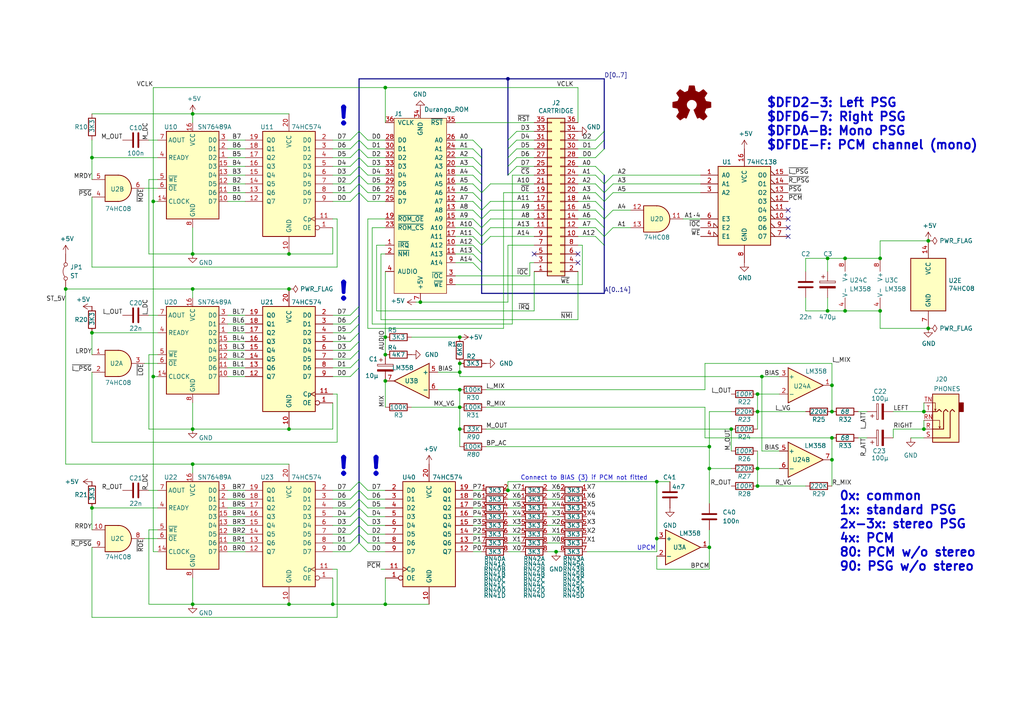
<source format=kicad_sch>
(kicad_sch (version 20231120) (generator "eeschema") (generator_version "8.0")
  (paper "A4")
  (title_block (title "Tri-PSG + PCM riser card") (date "2024-11-26") (rev "v1") (company "@zuiko21"))
  (junction (at 26.67 45.72))
  (junction (at 121.92 87.63))
  (junction (at 133.35 97.79))
  (junction (at 205.74 135.89))
  (junction (at 269.24 95.25))
  (junction (at 219.71 140.97))
  (junction (at 83.82 175.26))
  (junction (at 111.76 102.87))
  (junction (at 190.5 139.7))
  (junction (at 241.3 127))
  (junction (at 26.67 147.32))
  (junction (at 241.3 119.38))
  (junction (at 44.45 58.42))
  (junction (at 269.24 69.85))
  (junction (at 96.52 175.26))
  (junction (at 267.97 124.46))
  (junction (at 267.97 119.38))
  (junction (at 219.71 119.38))
  (junction (at 111.76 25.4))
  (junction (at 240.03 74.93))
  (junction (at 147.32 142.24))
  (junction (at 55.88 33.02))
  (junction (at 55.88 134.62))
  (junction (at 133.35 113.03))
  (junction (at 241.3 111.76))
  (junction (at 111.76 175.26))
  (junction (at 83.82 73.66))
  (junction (at 161.29 160.02))
  (junction (at 133.35 118.11))
  (junction (at 205.74 129.54))
  (junction (at 83.82 124.46))
  (junction (at 245.11 90.17))
  (junction (at 133.35 124.46))
  (junction (at 55.88 124.46))
  (junction (at 147.32 22.86))
  (junction (at 111.76 110.49))
  (junction (at 219.71 135.89))
  (junction (at 240.03 90.17))
  (junction (at 133.35 107.95))
  (junction (at 255.27 90.17))
  (junction (at 245.11 74.93))
  (junction (at 219.71 114.3))
  (junction (at 220.98 109.22))
  (junction (at 83.82 83.82))
  (junction (at 212.09 124.46))
  (junction (at 241.3 133.35))
  (junction (at 26.67 96.52))
  (junction (at 255.27 74.93))
  (junction (at 190.5 156.21))
  (junction (at 205.74 158.75))
  (junction (at 55.88 175.26))
  (junction (at 55.88 73.66))
  (junction (at 19.05 83.82))
  (junction (at 111.76 97.79))
  (junction (at 44.45 109.22))
  (junction (at 55.88 83.82))
  (junction (at 133.35 105.41))
  (no_connect (at 167.64 76.2))
  (no_connect (at 228.6 68.58))
  (no_connect (at 228.6 63.5))
  (no_connect (at 167.64 73.66))
  (no_connect (at 228.6 60.96))
  (no_connect (at 228.6 66.04))
  (no_connect (at 154.94 73.66))
  (bus_entry (at 106.68 160.02) (size -2.54 -2.54))
  (bus_entry (at 137.16 50.8) (size 2.54 2.54))
  (bus_entry (at 106.68 154.94) (size -2.54 -2.54))
  (bus_entry (at 172.72 50.8) (size 2.54 2.54))
  (bus_entry (at 139.7 60.96) (size 2.54 -2.54))
  (bus_entry (at 101.6 149.86) (size 2.54 -2.54))
  (bus_entry (at 139.7 71.12) (size 2.54 -2.54))
  (bus_entry (at 106.68 157.48) (size -2.54 -2.54))
  (bus_entry (at 101.6 58.42) (size 2.54 -2.54))
  (bus_entry (at 172.72 53.34) (size 2.54 2.54))
  (bus_entry (at 139.7 55.88) (size 2.54 -2.54))
  (bus_entry (at 101.6 160.02) (size 2.54 -2.54))
  (bus_entry (at 172.72 60.96) (size 2.54 2.54))
  (bus_entry (at 106.68 147.32) (size -2.54 -2.54))
  (bus_entry (at 137.16 40.64) (size 2.54 2.54))
  (bus_entry (at 106.68 142.24) (size -2.54 -2.54))
  (bus_entry (at 101.6 50.8) (size 2.54 -2.54))
  (bus_entry (at 137.16 53.34) (size 2.54 2.54))
  (bus_entry (at 101.6 147.32) (size 2.54 -2.54))
  (bus_entry (at 177.8 53.34) (size -2.54 2.54))
  (bus_entry (at 101.6 55.88) (size 2.54 -2.54))
  (bus_entry (at 172.72 68.58) (size 2.54 2.54))
  (bus_entry (at 137.16 58.42) (size 2.54 2.54))
  (bus_entry (at 139.7 68.58) (size 2.54 -2.54))
  (bus_entry (at 106.68 58.42) (size -2.54 -2.54))
  (bus_entry (at 172.72 43.18) (size 2.54 -2.54))
  (bus_entry (at 137.16 73.66) (size 2.54 2.54))
  (bus_entry (at 101.6 101.6) (size 2.54 -2.54))
  (bus_entry (at 101.6 104.14) (size 2.54 -2.54))
  (bus_entry (at 101.6 106.68) (size 2.54 -2.54))
  (bus_entry (at 139.7 66.04) (size 2.54 -2.54))
  (bus_entry (at 106.68 152.4) (size -2.54 -2.54))
  (bus_entry (at 137.16 43.18) (size 2.54 2.54))
  (bus_entry (at 177.8 55.88) (size -2.54 2.54))
  (bus_entry (at 106.68 50.8) (size -2.54 -2.54))
  (bus_entry (at 147.32 50.8) (size 2.54 -2.54))
  (bus_entry (at 101.6 45.72) (size 2.54 -2.54))
  (bus_entry (at 101.6 43.18) (size 2.54 -2.54))
  (bus_entry (at 101.6 142.24) (size 2.54 -2.54))
  (bus_entry (at 172.72 55.88) (size 2.54 2.54))
  (bus_entry (at 137.16 45.72) (size 2.54 2.54))
  (bus_entry (at 177.8 60.96) (size -2.54 2.54))
  (bus_entry (at 101.6 152.4) (size 2.54 -2.54))
  (bus_entry (at 101.6 154.94) (size 2.54 -2.54))
  (bus_entry (at 137.16 66.04) (size 2.54 2.54))
  (bus_entry (at 101.6 96.52) (size 2.54 -2.54))
  (bus_entry (at 147.32 43.18) (size 2.54 -2.54))
  (bus_entry (at 139.7 63.5) (size 2.54 -2.54))
  (bus_entry (at 106.68 45.72) (size -2.54 -2.54))
  (bus_entry (at 137.16 63.5) (size 2.54 2.54))
  (bus_entry (at 172.72 63.5) (size 2.54 2.54))
  (bus_entry (at 101.6 157.48) (size 2.54 -2.54))
  (bus_entry (at 177.8 50.8) (size -2.54 2.54))
  (bus_entry (at 101.6 40.64) (size 2.54 -2.54))
  (bus_entry (at 106.68 43.18) (size -2.54 -2.54))
  (bus_entry (at 137.16 76.2) (size 2.54 2.54))
  (bus_entry (at 172.72 66.04) (size 2.54 2.54))
  (bus_entry (at 172.72 48.26) (size 2.54 2.54))
  (bus_entry (at 137.16 68.58) (size 2.54 2.54))
  (bus_entry (at 101.6 99.06) (size 2.54 -2.54))
  (bus_entry (at 101.6 109.22) (size 2.54 -2.54))
  (bus_entry (at 137.16 55.88) (size 2.54 2.54))
  (bus_entry (at 172.72 45.72) (size 2.54 -2.54))
  (bus_entry (at 137.16 71.12) (size 2.54 2.54))
  (bus_entry (at 106.68 53.34) (size -2.54 -2.54))
  (bus_entry (at 106.68 40.64) (size -2.54 -2.54))
  (bus_entry (at 101.6 91.44) (size 2.54 -2.54))
  (bus_entry (at 147.32 48.26) (size 2.54 -2.54))
  (bus_entry (at 101.6 93.98) (size 2.54 -2.54))
  (bus_entry (at 101.6 48.26) (size 2.54 -2.54))
  (bus_entry (at 106.68 55.88) (size -2.54 -2.54))
  (bus_entry (at 172.72 58.42) (size 2.54 2.54))
  (bus_entry (at 106.68 149.86) (size -2.54 -2.54))
  (bus_entry (at 147.32 40.64) (size 2.54 -2.54))
  (bus_entry (at 101.6 144.78) (size 2.54 -2.54))
  (bus_entry (at 106.68 144.78) (size -2.54 -2.54))
  (bus_entry (at 106.68 48.26) (size -2.54 -2.54))
  (bus_entry (at 137.16 60.96) (size 2.54 2.54))
  (bus_entry (at 147.32 45.72) (size 2.54 -2.54))
  (bus_entry (at 101.6 53.34) (size 2.54 -2.54))
  (bus_entry (at 137.16 48.26) (size 2.54 2.54))
  (bus_entry (at 172.72 40.64) (size 2.54 -2.54))
  (bus_entry (at 177.8 66.04) (size -2.54 2.54))
  (wire (pts (xy 41.91 105.41) (xy 45.72 105.41)))
  (wire (pts (xy 121.92 87.63) (xy 147.32 87.63)))
  (wire (pts (xy 269.24 74.93) (xy 269.24 69.85)))
  (wire (pts (xy 66.04 55.88) (xy 71.12 55.88)))
  (wire (pts (xy 147.32 144.78) (xy 151.13 144.78)))
  (bus (pts (xy 139.7 78.74) (xy 139.7 85.09)))
  (bus (pts (xy 175.26 58.42) (xy 175.26 60.96)))
  (bus (pts (xy 139.7 73.66) (xy 139.7 76.2)))
  (wire (pts (xy 149.86 45.72) (xy 154.94 45.72)))
  (wire (pts (xy 220.98 109.22) (xy 220.98 130.81)))
  (wire (pts (xy 167.64 53.34) (xy 172.72 53.34)))
  (wire (pts (xy 158.75 144.78) (xy 162.56 144.78)))
  (wire (pts (xy 147.32 157.48) (xy 151.13 157.48)))
  (wire (pts (xy 154.94 50.8) (xy 148.59 50.8)))
  (wire (pts (xy 167.64 48.26) (xy 172.72 48.26)))
  (bus (pts (xy 175.26 40.64) (xy 175.26 43.18)))
  (wire (pts (xy 132.08 58.42) (xy 137.16 58.42)))
  (wire (pts (xy 204.47 118.11) (xy 204.47 127)))
  (wire (pts (xy 96.52 142.24) (xy 101.6 142.24)))
  (wire (pts (xy 96.52 93.98) (xy 101.6 93.98)))
  (wire (pts (xy 153.67 80.01) (xy 153.67 76.2)))
  (wire (pts (xy 139.7 147.32) (xy 137.16 147.32)))
  (wire (pts (xy 132.08 73.66) (xy 137.16 73.66)))
  (wire (pts (xy 219.71 135.89) (xy 219.71 140.97)))
  (wire (pts (xy 147.32 149.86) (xy 151.13 149.86)))
  (wire (pts (xy 96.52 45.72) (xy 101.6 45.72)))
  (wire (pts (xy 132.08 48.26) (xy 137.16 48.26)))
  (wire (pts (xy 45.72 52.07) (xy 43.18 52.07)))
  (wire (pts (xy 43.18 73.66) (xy 55.88 73.66)))
  (wire (pts (xy 96.52 99.06) (xy 101.6 99.06)))
  (wire (pts (xy 111.76 25.4) (xy 167.64 25.4)))
  (wire (pts (xy 120.65 87.63) (xy 121.92 87.63)))
  (wire (pts (xy 205.74 158.75) (xy 205.74 165.1)))
  (bus (pts (xy 104.14 40.64) (xy 104.14 43.18)))
  (wire (pts (xy 146.05 55.88) (xy 146.05 95.25)))
  (bus (pts (xy 104.14 22.86) (xy 147.32 22.86)))
  (wire (pts (xy 111.76 45.72) (xy 106.68 45.72)))
  (bus (pts (xy 104.14 45.72) (xy 104.14 48.26)))
  (wire (pts (xy 55.88 35.56) (xy 55.88 33.02)))
  (wire (pts (xy 153.67 76.2) (xy 154.94 76.2)))
  (wire (pts (xy 182.88 60.96) (xy 177.8 60.96)))
  (wire (pts (xy 233.68 119.38) (xy 219.71 119.38)))
  (wire (pts (xy 149.86 40.64) (xy 154.94 40.64)))
  (wire (pts (xy 158.75 152.4) (xy 162.56 152.4)))
  (wire (pts (xy 44.45 160.02) (xy 45.72 160.02)))
  (wire (pts (xy 111.76 175.26) (xy 111.76 167.64)))
  (bus (pts (xy 175.26 55.88) (xy 175.26 58.42)))
  (wire (pts (xy 139.7 157.48) (xy 137.16 157.48)))
  (wire (pts (xy 147.32 154.94) (xy 151.13 154.94)))
  (wire (pts (xy 43.18 124.46) (xy 55.88 124.46)))
  (wire (pts (xy 139.7 144.78) (xy 137.16 144.78)))
  (wire (pts (xy 96.52 175.26) (xy 111.76 175.26)))
  (wire (pts (xy 158.75 142.24) (xy 162.56 142.24)))
  (bus (pts (xy 104.14 152.4) (xy 104.14 154.94)))
  (wire (pts (xy 55.88 175.26) (xy 83.82 175.26)))
  (wire (pts (xy 66.04 106.68) (xy 71.12 106.68)))
  (wire (pts (xy 132.08 35.56) (xy 154.94 35.56)))
  (wire (pts (xy 96.52 104.14) (xy 101.6 104.14)))
  (wire (pts (xy 109.22 90.17) (xy 154.94 90.17)))
  (bus (pts (xy 104.14 149.86) (xy 104.14 152.4)))
  (wire (pts (xy 111.76 55.88) (xy 106.68 55.88)))
  (wire (pts (xy 96.52 53.34) (xy 101.6 53.34)))
  (wire (pts (xy 240.03 90.17) (xy 245.11 90.17)))
  (wire (pts (xy 111.76 43.18) (xy 106.68 43.18)))
  (wire (pts (xy 119.38 118.11) (xy 133.35 118.11)))
  (wire (pts (xy 96.52 43.18) (xy 101.6 43.18)))
  (wire (pts (xy 219.71 114.3) (xy 219.71 119.38)))
  (wire (pts (xy 255.27 69.85) (xy 255.27 74.93)))
  (wire (pts (xy 167.64 63.5) (xy 172.72 63.5)))
  (wire (pts (xy 44.45 58.42) (xy 45.72 58.42)))
  (wire (pts (xy 111.76 154.94) (xy 106.68 154.94)))
  (wire (pts (xy 107.95 66.04) (xy 111.76 66.04)))
  (wire (pts (xy 111.76 53.34) (xy 106.68 53.34)))
  (bus (pts (xy 147.32 22.86) (xy 175.26 22.86)))
  (wire (pts (xy 233.68 86.36) (xy 233.68 90.17)))
  (wire (pts (xy 26.67 33.02) (xy 55.88 33.02)))
  (wire (pts (xy 219.71 124.46) (xy 219.71 119.38)))
  (wire (pts (xy 96.52 96.52) (xy 101.6 96.52)))
  (wire (pts (xy 264.16 127) (xy 267.97 127)))
  (wire (pts (xy 96.52 175.26) (xy 96.52 167.64)))
  (wire (pts (xy 241.3 105.41) (xy 241.3 111.76)))
  (bus (pts (xy 175.26 22.86) (xy 175.26 38.1)))
  (wire (pts (xy 109.22 71.12) (xy 109.22 90.17)))
  (wire (pts (xy 147.32 152.4) (xy 151.13 152.4)))
  (wire (pts (xy 111.76 149.86) (xy 106.68 149.86)))
  (wire (pts (xy 233.68 74.93) (xy 240.03 74.93)))
  (wire (pts (xy 147.32 142.24) (xy 151.13 142.24)))
  (wire (pts (xy 204.47 127) (xy 241.3 127)))
  (bus (pts (xy 175.26 50.8) (xy 175.26 53.34)))
  (wire (pts (xy 240.03 74.93) (xy 240.03 78.74)))
  (wire (pts (xy 96.52 157.48) (xy 101.6 157.48)))
  (wire (pts (xy 142.24 66.04) (xy 154.94 66.04)))
  (wire (pts (xy 139.7 149.86) (xy 137.16 149.86)))
  (wire (pts (xy 96.52 160.02) (xy 101.6 160.02)))
  (wire (pts (xy 96.52 63.5) (xy 97.79 63.5)))
  (wire (pts (xy 96.52 109.22) (xy 101.6 109.22)))
  (wire (pts (xy 205.74 119.38) (xy 205.74 129.54)))
  (wire (pts (xy 148.59 50.8) (xy 148.59 93.98)))
  (wire (pts (xy 66.04 40.64) (xy 71.12 40.64)))
  (wire (pts (xy 133.35 109.22) (xy 220.98 109.22)))
  (wire (pts (xy 177.8 50.8) (xy 203.2 50.8)))
  (bus (pts (xy 104.14 96.52) (xy 104.14 99.06)))
  (wire (pts (xy 158.75 160.02) (xy 161.29 160.02)))
  (wire (pts (xy 26.67 102.87) (xy 26.67 96.52)))
  (wire (pts (xy 111.76 142.24) (xy 106.68 142.24)))
  (wire (pts (xy 66.04 109.22) (xy 71.12 109.22)))
  (wire (pts (xy 96.52 124.46) (xy 96.52 116.84)))
  (wire (pts (xy 140.97 118.11) (xy 204.47 118.11)))
  (wire (pts (xy 111.76 160.02) (xy 106.68 160.02)))
  (wire (pts (xy 154.94 90.17) (xy 154.94 78.74)))
  (bus (pts (xy 139.7 45.72) (xy 139.7 48.26)))
  (wire (pts (xy 110.49 92.71) (xy 167.64 92.71)))
  (wire (pts (xy 96.52 40.64) (xy 101.6 40.64)))
  (wire (pts (xy 203.2 53.34) (xy 177.8 53.34)))
  (bus (pts (xy 139.7 76.2) (xy 139.7 78.74)))
  (wire (pts (xy 45.72 153.67) (xy 43.18 153.67)))
  (wire (pts (xy 26.67 45.72) (xy 45.72 45.72)))
  (wire (pts (xy 55.88 73.66) (xy 83.82 73.66)))
  (wire (pts (xy 167.64 92.71) (xy 167.64 78.74)))
  (wire (pts (xy 111.76 147.32) (xy 106.68 147.32)))
  (wire (pts (xy 233.68 90.17) (xy 240.03 90.17)))
  (wire (pts (xy 212.09 124.46) (xy 212.09 130.81)))
  (wire (pts (xy 111.76 165.1) (xy 110.49 165.1)))
  (wire (pts (xy 43.18 175.26) (xy 55.88 175.26)))
  (wire (pts (xy 66.04 101.6) (xy 71.12 101.6)))
  (wire (pts (xy 45.72 54.61) (xy 41.91 54.61)))
  (wire (pts (xy 167.64 25.4) (xy 167.64 35.56)))
  (bus (pts (xy 104.14 22.86) (xy 104.14 38.1)))
  (wire (pts (xy 167.64 40.64) (xy 172.72 40.64)))
  (wire (pts (xy 26.67 77.47) (xy 97.79 77.47)))
  (wire (pts (xy 190.5 139.7) (xy 194.31 139.7)))
  (wire (pts (xy 132.08 53.34) (xy 137.16 53.34)))
  (wire (pts (xy 55.88 124.46) (xy 83.82 124.46)))
  (bus (pts (xy 147.32 45.72) (xy 147.32 48.26)))
  (wire (pts (xy 132.08 43.18) (xy 137.16 43.18)))
  (wire (pts (xy 205.74 153.67) (xy 205.74 158.75)))
  (wire (pts (xy 66.04 45.72) (xy 71.12 45.72)))
  (wire (pts (xy 55.88 137.16) (xy 55.88 134.62)))
  (wire (pts (xy 111.76 97.79) (xy 111.76 102.87)))
  (wire (pts (xy 219.71 130.81) (xy 219.71 135.89)))
  (wire (pts (xy 127 113.03) (xy 133.35 113.03)))
  (wire (pts (xy 43.18 102.87) (xy 43.18 124.46)))
  (wire (pts (xy 204.47 113.03) (xy 204.47 105.41)))
  (wire (pts (xy 133.35 113.03) (xy 133.35 118.11)))
  (wire (pts (xy 269.24 69.85) (xy 255.27 69.85)))
  (bus (pts (xy 104.14 147.32) (xy 104.14 149.86)))
  (wire (pts (xy 158.75 154.94) (xy 162.56 154.94)))
  (wire (pts (xy 132.08 80.01) (xy 153.67 80.01)))
  (wire (pts (xy 154.94 38.1) (xy 149.86 38.1)))
  (wire (pts (xy 19.05 83.82) (xy 19.05 134.62)))
  (bus (pts (xy 175.26 60.96) (xy 175.26 63.5)))
  (bus (pts (xy 104.14 104.14) (xy 104.14 106.68)))
  (wire (pts (xy 204.47 105.41) (xy 241.3 105.41)))
  (wire (pts (xy 133.35 105.41) (xy 133.35 107.95)))
  (wire (pts (xy 96.52 154.94) (xy 101.6 154.94)))
  (bus (pts (xy 175.26 53.34) (xy 175.26 55.88)))
  (wire (pts (xy 147.32 87.63) (xy 147.32 71.12)))
  (wire (pts (xy 241.3 133.35) (xy 241.3 140.97)))
  (bus (pts (xy 104.14 53.34) (xy 104.14 55.88)))
  (wire (pts (xy 66.04 147.32) (xy 71.12 147.32)))
  (wire (pts (xy 66.04 104.14) (xy 71.12 104.14)))
  (bus (pts (xy 104.14 93.98) (xy 104.14 96.52)))
  (bus (pts (xy 139.7 71.12) (xy 139.7 73.66)))
  (bus (pts (xy 104.14 55.88) (xy 104.14 88.9)))
  (wire (pts (xy 111.76 50.8) (xy 106.68 50.8)))
  (wire (pts (xy 220.98 130.81) (xy 226.06 130.81)))
  (wire (pts (xy 43.18 153.67) (xy 43.18 175.26)))
  (wire (pts (xy 132.08 66.04) (xy 137.16 66.04)))
  (wire (pts (xy 259.08 124.46) (xy 259.08 127)))
  (wire (pts (xy 111.76 144.78) (xy 106.68 144.78)))
  (wire (pts (xy 241.3 127) (xy 241.3 133.35)))
  (wire (pts (xy 177.8 55.88) (xy 203.2 55.88)))
  (bus (pts (xy 175.26 68.58) (xy 175.26 71.12)))
  (wire (pts (xy 44.45 109.22) (xy 45.72 109.22)))
  (bus (pts (xy 104.14 144.78) (xy 104.14 147.32)))
  (wire (pts (xy 96.52 101.6) (xy 101.6 101.6)))
  (bus (pts (xy 139.7 50.8) (xy 139.7 53.34)))
  (wire (pts (xy 110.49 73.66) (xy 110.49 92.71)))
  (wire (pts (xy 133.35 124.46) (xy 133.35 129.54)))
  (wire (pts (xy 97.79 165.1) (xy 97.79 179.07)))
  (wire (pts (xy 190.5 139.7) (xy 147.32 139.7)))
  (wire (pts (xy 167.64 60.96) (xy 172.72 60.96)))
  (wire (pts (xy 168.91 82.55) (xy 168.91 71.12)))
  (wire (pts (xy 26.67 128.27) (xy 97.79 128.27)))
  (wire (pts (xy 182.88 66.04) (xy 177.8 66.04)))
  (bus (pts (xy 104.14 106.68) (xy 104.14 139.7)))
  (wire (pts (xy 96.52 91.44) (xy 101.6 91.44)))
  (wire (pts (xy 190.5 165.1) (xy 205.74 165.1)))
  (wire (pts (xy 96.52 144.78) (xy 101.6 144.78)))
  (wire (pts (xy 132.08 76.2) (xy 137.16 76.2)))
  (wire (pts (xy 26.67 158.75) (xy 26.67 179.07)))
  (wire (pts (xy 212.09 119.38) (xy 205.74 119.38)))
  (wire (pts (xy 190.5 139.7) (xy 190.5 156.21)))
  (wire (pts (xy 96.52 73.66) (xy 96.52 66.04)))
  (wire (pts (xy 44.45 109.22) (xy 44.45 160.02)))
  (wire (pts (xy 107.95 93.98) (xy 107.95 66.04)))
  (bus (pts (xy 104.14 101.6) (xy 104.14 104.14)))
  (wire (pts (xy 97.79 114.3) (xy 97.79 128.27)))
  (wire (pts (xy 111.76 40.64) (xy 106.68 40.64)))
  (wire (pts (xy 26.67 147.32) (xy 45.72 147.32)))
  (wire (pts (xy 26.67 179.07) (xy 97.79 179.07)))
  (bus (pts (xy 104.14 48.26) (xy 104.14 50.8)))
  (bus (pts (xy 147.32 22.86) (xy 147.32 40.64)))
  (wire (pts (xy 140.97 129.54) (xy 205.74 129.54)))
  (wire (pts (xy 66.04 91.44) (xy 71.12 91.44)))
  (wire (pts (xy 168.91 71.12) (xy 167.64 71.12)))
  (wire (pts (xy 167.64 45.72) (xy 172.72 45.72)))
  (wire (pts (xy 167.64 43.18) (xy 172.72 43.18)))
  (wire (pts (xy 142.24 63.5) (xy 154.94 63.5)))
  (wire (pts (xy 96.52 149.86) (xy 101.6 149.86)))
  (wire (pts (xy 170.18 160.02) (xy 190.5 160.02)))
  (wire (pts (xy 26.67 45.72) (xy 26.67 40.64)))
  (wire (pts (xy 96.52 147.32) (xy 101.6 147.32)))
  (wire (pts (xy 106.68 63.5) (xy 111.76 63.5)))
  (wire (pts (xy 55.88 83.82) (xy 83.82 83.82)))
  (bus (pts (xy 139.7 53.34) (xy 139.7 55.88)))
  (bus (pts (xy 139.7 85.09) (xy 175.26 85.09)))
  (wire (pts (xy 66.04 157.48) (xy 71.12 157.48)))
  (wire (pts (xy 119.38 97.79) (xy 133.35 97.79)))
  (wire (pts (xy 158.75 149.86) (xy 162.56 149.86)))
  (wire (pts (xy 66.04 96.52) (xy 71.12 96.52)))
  (wire (pts (xy 147.32 147.32) (xy 151.13 147.32)))
  (wire (pts (xy 43.18 142.24) (xy 45.72 142.24)))
  (wire (pts (xy 190.5 156.21) (xy 190.5 160.02)))
  (wire (pts (xy 142.24 53.34) (xy 154.94 53.34)))
  (bus (pts (xy 104.14 154.94) (xy 104.14 157.48)))
  (wire (pts (xy 248.92 119.38) (xy 251.46 119.38)))
  (wire (pts (xy 142.24 60.96) (xy 154.94 60.96)))
  (bus (pts (xy 104.14 142.24) (xy 104.14 144.78)))
  (wire (pts (xy 66.04 58.42) (xy 71.12 58.42)))
  (wire (pts (xy 43.18 40.64) (xy 45.72 40.64)))
  (wire (pts (xy 167.64 66.04) (xy 172.72 66.04)))
  (wire (pts (xy 167.64 68.58) (xy 172.72 68.58)))
  (wire (pts (xy 83.82 73.66) (xy 96.52 73.66)))
  (bus (pts (xy 139.7 66.04) (xy 139.7 68.58)))
  (wire (pts (xy 97.79 63.5) (xy 97.79 77.47)))
  (wire (pts (xy 55.88 116.84) (xy 55.88 124.46)))
  (wire (pts (xy 158.75 157.48) (xy 162.56 157.48)))
  (wire (pts (xy 142.24 68.58) (xy 154.94 68.58)))
  (wire (pts (xy 44.45 25.4) (xy 44.45 58.42)))
  (wire (pts (xy 132.08 40.64) (xy 137.16 40.64)))
  (wire (pts (xy 132.08 50.8) (xy 137.16 50.8)))
  (wire (pts (xy 55.88 66.04) (xy 55.88 73.66)))
  (wire (pts (xy 167.64 50.8) (xy 172.72 50.8)))
  (wire (pts (xy 154.94 55.88) (xy 146.05 55.88)))
  (bus (pts (xy 139.7 63.5) (xy 139.7 66.04)))
  (wire (pts (xy 233.68 78.74) (xy 233.68 74.93)))
  (wire (pts (xy 245.11 90.17) (xy 255.27 90.17)))
  (wire (pts (xy 147.32 160.02) (xy 151.13 160.02)))
  (wire (pts (xy 26.67 107.95) (xy 26.67 128.27)))
  (bus (pts (xy 139.7 60.96) (xy 139.7 63.5)))
  (wire (pts (xy 111.76 71.12) (xy 109.22 71.12)))
  (bus (pts (xy 175.26 66.04) (xy 175.26 68.58)))
  (wire (pts (xy 111.76 152.4) (xy 106.68 152.4)))
  (bus (pts (xy 104.14 91.44) (xy 104.14 93.98)))
  (wire (pts (xy 149.86 48.26) (xy 154.94 48.26)))
  (bus (pts (xy 104.14 88.9) (xy 104.14 91.44)))
  (wire (pts (xy 111.76 58.42) (xy 106.68 58.42)))
  (wire (pts (xy 245.11 74.93) (xy 240.03 74.93)))
  (wire (pts (xy 96.52 114.3) (xy 97.79 114.3)))
  (wire (pts (xy 142.24 58.42) (xy 154.94 58.42)))
  (wire (pts (xy 132.08 68.58) (xy 137.16 68.58)))
  (wire (pts (xy 154.94 43.18) (xy 149.86 43.18)))
  (wire (pts (xy 132.08 45.72) (xy 137.16 45.72)))
  (wire (pts (xy 132.08 60.96) (xy 137.16 60.96)))
  (wire (pts (xy 111.76 73.66) (xy 110.49 73.66)))
  (wire (pts (xy 167.64 58.42) (xy 172.72 58.42)))
  (wire (pts (xy 55.88 167.64) (xy 55.88 175.26)))
  (wire (pts (xy 140.97 124.46) (xy 212.09 124.46)))
  (wire (pts (xy 127 107.95) (xy 133.35 107.95)))
  (wire (pts (xy 96.52 106.68) (xy 101.6 106.68)))
  (wire (pts (xy 233.68 140.97) (xy 219.71 140.97)))
  (wire (pts (xy 19.05 134.62) (xy 55.88 134.62)))
  (wire (pts (xy 83.82 124.46) (xy 96.52 124.46)))
  (wire (pts (xy 66.04 99.06) (xy 71.12 99.06)))
  (wire (pts (xy 132.08 82.55) (xy 168.91 82.55)))
  (wire (pts (xy 44.45 58.42) (xy 44.45 109.22)))
  (wire (pts (xy 140.97 113.03) (xy 204.47 113.03)))
  (bus (pts (xy 139.7 68.58) (xy 139.7 71.12)))
  (wire (pts (xy 26.67 52.07) (xy 26.67 45.72)))
  (wire (pts (xy 132.08 71.12) (xy 137.16 71.12)))
  (wire (pts (xy 259.08 119.38) (xy 267.97 119.38)))
  (wire (pts (xy 66.04 142.24) (xy 71.12 142.24)))
  (wire (pts (xy 148.59 93.98) (xy 107.95 93.98)))
  (bus (pts (xy 139.7 55.88) (xy 139.7 58.42)))
  (wire (pts (xy 205.74 135.89) (xy 212.09 135.89)))
  (wire (pts (xy 66.04 50.8) (xy 71.12 50.8)))
  (wire (pts (xy 205.74 129.54) (xy 205.74 135.89)))
  (bus (pts (xy 175.26 38.1) (xy 175.26 40.64)))
  (wire (pts (xy 190.5 161.29) (xy 190.5 165.1)))
  (wire (pts (xy 26.67 57.15) (xy 26.67 77.47)))
  (wire (pts (xy 205.74 135.89) (xy 205.74 146.05)))
  (wire (pts (xy 147.32 139.7) (xy 147.32 142.24)))
  (wire (pts (xy 66.04 149.86) (xy 71.12 149.86)))
  (wire (pts (xy 132.08 55.88) (xy 137.16 55.88)))
  (wire (pts (xy 66.04 160.02) (xy 71.12 160.02)))
  (wire (pts (xy 161.29 160.02) (xy 162.56 160.02)))
  (bus (pts (xy 147.32 40.64) (xy 147.32 43.18)))
  (wire (pts (xy 111.76 110.49) (xy 111.76 118.11)))
  (wire (pts (xy 248.92 127) (xy 251.46 127)))
  (bus (pts (xy 104.14 50.8) (xy 104.14 53.34)))
  (wire (pts (xy 132.08 63.5) (xy 137.16 63.5)))
  (bus (pts (xy 104.14 38.1) (xy 104.14 40.64)))
  (bus (pts (xy 147.32 43.18) (xy 147.32 45.72)))
  (wire (pts (xy 111.76 35.56) (xy 111.76 25.4)))
  (wire (pts (xy 111.76 25.4) (xy 44.45 25.4)))
  (wire (pts (xy 241.3 111.76) (xy 241.3 119.38)))
  (wire (pts (xy 26.67 153.67) (xy 26.67 147.32)))
  (wire (pts (xy 267.97 121.92) (xy 267.97 124.46)))
  (wire (pts (xy 96.52 152.4) (xy 101.6 152.4)))
  (wire (pts (xy 55.88 33.02) (xy 83.82 33.02)))
  (wire (pts (xy 66.04 154.94) (xy 71.12 154.94)))
  (wire (pts (xy 96.52 48.26) (xy 101.6 48.26)))
  (wire (pts (xy 106.68 95.25) (xy 106.68 63.5)))
  (bus (pts (xy 175.26 71.12) (xy 175.26 85.09)))
  (wire (pts (xy 167.64 55.88) (xy 172.72 55.88)))
  (wire (pts (xy 139.7 154.94) (xy 137.16 154.94)))
  (wire (pts (xy 158.75 147.32) (xy 162.56 147.32)))
  (wire (pts (xy 55.88 86.36) (xy 55.88 83.82)))
  (wire (pts (xy 139.7 142.24) (xy 137.16 142.24)))
  (bus (pts (xy 175.26 63.5) (xy 175.26 66.04)))
  (wire (pts (xy 226.06 135.89) (xy 219.71 135.89)))
  (wire (pts (xy 96.52 55.88) (xy 101.6 55.88)))
  (wire (pts (xy 240.03 86.36) (xy 240.03 90.17)))
  (wire (pts (xy 43.18 91.44) (xy 45.72 91.44)))
  (bus (pts (xy 139.7 43.18) (xy 139.7 45.72)))
  (wire (pts (xy 41.91 156.21) (xy 45.72 156.21)))
  (wire (pts (xy 66.04 43.18) (xy 71.12 43.18)))
  (wire (pts (xy 226.06 114.3) (xy 219.71 114.3)))
  (wire (pts (xy 139.7 160.02) (xy 137.16 160.02)))
  (wire (pts (xy 55.88 134.62) (xy 83.82 134.62)))
  (bus (pts (xy 139.7 48.26) (xy 139.7 50.8)))
  (wire (pts (xy 45.72 102.87) (xy 43.18 102.87)))
  (wire (pts (xy 43.18 52.07) (xy 43.18 73.66)))
  (wire (pts (xy 111.76 48.26) (xy 106.68 48.26)))
  (wire (pts (xy 26.67 96.52) (xy 45.72 96.52)))
  (bus (pts (xy 147.32 48.26) (xy 147.32 50.8)))
  (wire (pts (xy 111.76 78.74) (xy 111.76 97.79)))
  (wire (pts (xy 133.35 109.22) (xy 133.35 107.95)))
  (wire (pts (xy 226.06 109.22) (xy 220.98 109.22)))
  (wire (pts (xy 245.11 74.93) (xy 255.27 74.93)))
  (wire (pts (xy 198.12 63.5) (xy 203.2 63.5)))
  (bus (pts (xy 104.14 99.06) (xy 104.14 101.6)))
  (bus (pts (xy 139.7 58.42) (xy 139.7 60.96)))
  (wire (pts (xy 66.04 152.4) (xy 71.12 152.4)))
  (wire (pts (xy 111.76 175.26) (xy 124.46 175.26)))
  (wire (pts (xy 96.52 50.8) (xy 101.6 50.8)))
  (wire (pts (xy 96.52 58.42) (xy 101.6 58.42)))
  (wire (pts (xy 96.52 165.1) (xy 97.79 165.1)))
  (wire (pts (xy 255.27 90.17) (xy 255.27 95.25)))
  (wire (pts (xy 66.04 93.98) (xy 71.12 93.98)))
  (wire (pts (xy 255.27 95.25) (xy 269.24 95.25)))
  (wire (pts (xy 146.05 95.25) (xy 106.68 95.25)))
  (bus (pts (xy 104.14 139.7) (xy 104.14 142.24)))
  (wire (pts (xy 147.32 71.12) (xy 154.94 71.12)))
  (wire (pts (xy 139.7 152.4) (xy 137.16 152.4)))
  (wire (pts (xy 267.97 116.84) (xy 267.97 119.38)))
  (wire (pts (xy 19.05 83.82) (xy 55.88 83.82)))
  (bus (pts (xy 104.14 43.18) (xy 104.14 45.72)))
  (wire (pts (xy 259.08 124.46) (xy 267.97 124.46)))
  (wire (pts (xy 66.04 53.34) (xy 71.12 53.34)))
  (wire (pts (xy 66.04 144.78) (xy 71.12 144.78)))
  (wire (pts (xy 66.04 48.26) (xy 71.12 48.26)))
  (wire (pts (xy 111.76 157.48) (xy 106.68 157.48)))
  (wire (pts (xy 83.82 175.26) (xy 96.52 175.26)))
  (wire (pts (xy 133.35 118.11) (xy 133.35 124.46)))
  (text "!" (at 97.79 138.43 0) (effects (font (size 5.08 5.08) (thickness 1.016) (bold yes)) (justify left bottom)))
  (text "0x: common\n1x: standard PSG\n2x-3x: stereo PSG\n4x: PCM\n80: PCM w/o stereo\n90: PSG w/o stereo" (at 243.332 154.178 0) (effects (font (size 2.54 2.54) (thickness 0.508) (bold yes)) (justify left)))
  (text "!" (at 97.79 36.83 0) (effects (font (size 5.08 5.08) (thickness 1.016) (bold yes)) (justify left bottom)))
  (text "!" (at 107.188 138.43 0) (effects (font (size 5.08 5.08) (thickness 1.016) (bold yes)) (justify left bottom)))
  (text "!" (at 97.79 87.63 0) (effects (font (size 5.08 5.08) (thickness 1.016) (bold yes)) (justify left bottom)))
  (text "Connect to BIAS (3) if PCM not fitted" (at 169.418 138.684 0) (effects (font (size 1.27 1.27))))
  (text "UPCM" (at 190.246 159.766 0) (effects (font (size 1.27 1.27)) (justify right bottom)))
  (text "$DFD2-3: Left PSG\n$DFD6-7: Right PSG\n$DFDA-B: Mono PSG\n$DFDE-F: PCM channel (mono)" (at 222.25 36.068 0) (effects (font (size 2.54 2.54) (thickness 0.508) (bold yes)) (justify left)))
  (label "D7" (at 97.79 142.24 0))
  (label "BL5" (at 67.31 96.52 0))
  (label "X6" (at 170.18 144.78 0))
  (label "A[0..14]" (at 175.26 85.09 0))
  (label "~{NMI}" (at 162.56 92.71 0))
  (label "BL3" (at 67.31 101.6 0))
  (label "B2" (at 67.31 53.34 0))
  (label "X7" (at 148.59 142.24 0))
  (label "R_VG" (at 224.79 140.97 0))
  (label "~{L_PSG}" (at 228.6 50.8 0))
  (label "D6" (at 97.79 144.78 0))
  (label "BIAS" (at 226.06 130.81 180))
  (label "MX_VG" (at 125.73 118.11 0))
  (label "X4" (at 148.59 149.86 0))
  (label "A6" (at 133.35 55.88 0))
  (label "~{RST}" (at 153.67 35.56 180))
  (label "D4" (at 97.79 48.26 0))
  (label "MIX" (at 111.76 118.11 90))
  (label "D5" (at 97.79 96.52 0))
  (label "A10" (at 133.35 66.04 0))
  (label "P1" (at 139.7 157.48 180))
  (label "BP_AC" (at 140.97 129.54 0))
  (label "A12" (at 168.91 68.58 0))
  (label "~{PSG}" (at 228.6 55.88 0))
  (label "X5" (at 148.59 147.32 0))
  (label "VCLK" (at 166.37 25.4 180))
  (label "X1" (at 170.18 157.48 0))
  (label "A13" (at 153.67 66.04 180))
  (label "BL1" (at 67.31 106.68 0))
  (label "D2" (at 110.49 154.94 180))
  (label "L_VG" (at 224.79 119.38 0))
  (label "~{WE}" (at 203.2 68.58 180))
  (label "P3" (at 139.7 152.4 180))
  (label "A5" (at 181.61 55.88 180))
  (label "~{PCM}" (at 110.49 165.1 180))
  (label "D6" (at 110.49 144.78 180))
  (label "P5" (at 139.7 147.32 180))
  (label "A5" (at 133.35 53.34 0))
  (label "D4" (at 110.49 149.86 180))
  (label "RRDY" (at 26.67 153.67 180))
  (label "A3" (at 133.35 48.26 0))
  (label "D6" (at 153.67 45.72 180))
  (label "~{R_PSG}" (at 228.6 53.34 0))
  (label "L_MIX" (at 140.97 113.03 0))
  (label "D3" (at 110.49 152.4 180))
  (label "A14" (at 133.35 76.2 0))
  (label "A1·4" (at 203.2 63.5 180))
  (label "VCLK" (at 44.45 25.4 180))
  (label "L_DC" (at 43.18 91.44 90))
  (label "D3" (at 153.67 38.1 180))
  (label "A3" (at 181.61 53.34 180))
  (label "X1" (at 160.02 154.94 0))
  (label "A9" (at 133.35 63.5 0))
  (label "~{IOC}" (at 203.2 66.04 180))
  (label "~{IOC}" (at 149.86 80.01 0))
  (label "D1" (at 97.79 106.68 0))
  (label "D3" (at 97.79 101.6 0))
  (label "~{OE}" (at 153.67 55.88 180))
  (label "LRDY" (at 26.67 102.87 180))
  (label "BR4" (at 67.31 149.86 0))
  (label "X6" (at 148.59 144.78 0))
  (label "A4" (at 133.35 50.8 0))
  (label "D6" (at 110.49 55.88 180))
  (label "X1" (at 148.59 157.48 0))
  (label "BR3" (at 67.31 152.4 0))
  (label "M_OUT" (at 140.97 124.46 0))
  (label "R_MIX" (at 140.97 118.11 0))
  (label "R_OUT" (at 35.56 142.24 180))
  (label "A0" (at 133.35 40.64 0))
  (label "D4" (at 110.49 50.8 180))
  (label "A4" (at 168.91 58.42 0))
  (label "A14" (at 153.67 68.58 180))
  (label "D7" (at 153.67 48.26 180))
  (label "X7" (at 170.18 142.24 0))
  (label "B6" (at 67.31 43.18 0))
  (label "X5" (at 160.02 144.78 0))
  (label "D2" (at 97.79 53.34 0))
  (label "D5" (at 110.49 147.32 180))
  (label "D2" (at 168.91 40.64 0))
  (label "X4" (at 170.18 149.86 0))
  (label "X3" (at 160.02 149.86 0))
  (label "D0" (at 97.79 109.22 0))
  (label "D7" (at 97.79 40.64 0))
  (label "A11" (at 153.67 58.42 180))
  (label "D5" (at 97.79 45.72 0))
  (label "X4" (at 160.02 147.32 0))
  (label "D2" (at 97.79 154.94 0))
  (label "L_ATT" (at 251.46 119.38 270))
  (label "B3" (at 67.31 50.8 0))
  (label "A8" (at 133.35 60.96 0))
  (label "A3" (at 168.91 55.88 0))
  (label "L_OUT" (at 35.56 91.44 180))
  (label "X2" (at 160.02 152.4 0))
  (label "X0" (at 160.02 157.48 0))
  (label "X2" (at 148.59 154.94 0))
  (label "D3" (at 110.49 48.26 180))
  (label "A10" (at 153.67 53.34 180))
  (label "P0" (at 139.7 160.02 180))
  (label "X3" (at 148.59 152.4 0))
  (label "ST_5V" (at 19.05 87.63 180))
  (label "M_OUT" (at 212.09 124.46 270))
  (label "L_OUT" (at 212.09 114.3 180))
  (label "R_DC" (at 43.18 142.24 90))
  (label "A7" (at 133.35 58.42 0))
  (label "B1" (at 67.31 55.88 0))
  (label "~{PCM}" (at 228.6 58.42 0))
  (label "D1" (at 110.49 43.18 180))
  (label "~{ROE}" (at 41.91 156.21 270))
  (label "L_MIX" (at 241.3 105.41 0))
  (label "~{WE}" (at 162.56 82.55 0))
  (label "BL2" (at 67.31 104.14 0))
  (label "BR2" (at 67.31 154.94 0))
  (label "R_MIX" (at 241.3 140.97 0))
  (label "D1" (at 110.49 157.48 180))
  (label "D3" (at 97.79 50.8 0))
  (label "A6" (at 168.91 63.5 0))
  (label "D0" (at 168.91 45.72 0))
  (label "B5" (at 67.31 45.72 0))
  (label "BL4" (at 67.31 99.06 0))
  (label "~{PSG}" (at 26.67 57.15 180))
  (label "P7" (at 139.7 142.24 180))
  (label "P6" (at 139.7 144.78 180))
  (label "X3" (at 170.18 152.4 0))
  (label "D1" (at 97.79 157.48 0))
  (label "A11" (at 133.35 68.58 0))
  (label "A2" (at 133.35 45.72 0))
  (label "D6" (at 97.79 43.18 0))
  (label "R_OUT" (at 212.09 140.97 180))
  (label "D7" (at 97.79 91.44 0))
  (label "D5" (at 97.79 147.32 0))
  (label "BIAS" (at 226.06 109.22 180))
  (label "MRDY" (at 26.67 52.07 180))
  (label "D7" (at 110.49 142.24 180))
  (label "D1" (at 168.91 43.18 0))
  (label "X5" (at 170.18 147.32 0))
  (label "D2" (at 110.49 45.72 180))
  (label "A2" (at 168.91 53.34 0))
  (label "RIGHT" (at 259.08 124.46 0))
  (label "BR7" (at 67.31 142.24 0))
  (label "A8" (at 153.67 63.5 180))
  (label "AUDIO" (at 111.76 101.6 90))
  (label "BL6" (at 67.31 93.98 0))
  (label "BIAS" (at 127 107.95 0))
  (label "~{MOE}" (at 41.91 54.61 270))
  (label "BR0" (at 67.31 160.02 0))
  (label "D7" (at 110.49 58.42 180))
  (label "LEFT" (at 259.08 119.38 0))
  (label "A1" (at 181.61 66.04 180))
  (label "B7" (at 67.31 40.64 0))
  (label "B0" (at 67.31 58.42 0))
  (label "D0" (at 110.49 40.64 180))
  (label "X0" (at 148.59 160.02 0))
  (label "D5" (at 110.49 53.34 180))
  (label "~{L_PSG}" (at 26.67 107.95 180))
  (label "BR6" (at 67.31 144.78 0))
  (label "D4" (at 153.67 40.64 180))
  (label "D0" (at 97.79 160.02 0))
  (label "~{R_PSG}" (at 26.67 158.75 180))
  (label "A12" (at 133.35 71.12 0))
  (label "BR1" (at 67.31 157.48 0))
  (label "D4" (at 97.79 149.86 0))
  (label "BL0" (at 67.31 109.22 0))
  (label "P2" (at 139.7 154.94 180))
  (label "BR5" (at 67.31 147.32 0))
  (label "B4" (at 67.31 48.26 0))
  (label "~{IRQ}" (at 153.67 90.17 180))
  (label "A7" (at 168.91 66.04 0))
  (label "A9" (at 153.67 60.96 180))
  (label "A0" (at 168.91 48.26 0))
  (label "A5" (at 168.91 60.96 0))
  (label "X2" (at 170.18 154.94 0))
  (label "D6" (at 97.79 93.98 0))
  (label "R_ATT" (at 251.46 127 270))
  (label "D0" (at 110.49 160.02 180))
  (label "A13" (at 133.35 73.66 0))
  (label "D2" (at 97.79 104.14 0))
  (label "A1" (at 133.35 43.18 0))
  (label "~{CS}" (at 153.67 50.8 180))
  (label "A4" (at 181.61 60.96 180))
  (label "A1" (at 168.91 50.8 0))
  (label "BL7" (at 67.31 91.44 0))
  (label "D4" (at 97.79 99.06 0))
  (label "D1" (at 97.79 55.88 0))
  (label "BPCM" (at 205.74 165.1 180))
  (label "D0" (at 97.79 58.42 0))
  (label "M_DC" (at 43.18 40.64 90))
  (label "M_OUT" (at 35.56 40.64 180))
  (label "D3" (at 97.79 152.4 0))
  (label "P4" (at 139.7 149.86 180))
  (label "X6" (at 160.02 142.24 0))
  (label "~{LOE}" (at 41.91 105.41 270))
  (label "A2" (at 181.61 50.8 180))
  (label "D[0..7]" (at 175.26 22.86 0))
  (label "D5" (at 153.67 43.18 180))
  (symbol (lib_id "tri-psg-rescue:Durango_ROM-edge_conn") (at 121.92 59.69 180) (unit 1)
    (property "Reference" "J1" (at 115.57 33.02 0))
    (property "Value" "Durango_ROM" (at 129.54 31.75 0))
    (property "Footprint" "edge_conn:Durango_ROM" (effects (hide yes)))
  )
  (symbol (lib_id "74xx:74LS138") (at 215.9 58.42 0) (unit 1)
    (property "Reference" "U1" (at 210.82 46.99 0))
    (property "Value" "74HC138" (at 220.98 46.99 0))
    (property "Footprint" "Package_DIP:DIP-16_W7.62mm_Socket" (effects (hide yes)))
    (property "Datasheet" "http://www.ti.com/lit/gpn/sn74LS138" (effects (hide yes)))
  )
  (symbol (lib_id "tri-psg-rescue:SN76489A-Durango-X") (at 55.88 60.96 0) (unit 1)
    (property "Reference" "U10" (at 49.53 36.83 0))
    (property "Value" "SN76489A" (at 62.23 36.83 0))
    (property "Footprint" "Package_DIP:DIP-16_W7.62mm_Socket" (effects (hide yes)))
    (property "Datasheet" "https://map.grauw.nl/resources/sound/texas_instruments_sn76489an.pdf" (effects (hide yes)))
  )
  (symbol (lib_id "74xx:74LS574") (at 83.82 53.34 0) (mirror y) (unit 1)
    (property "Reference" "U11" (at 77.47 36.83 0))
    (property "Value" "74HC574" (at 88.9 36.83 0))
    (property "Footprint" "Package_DIP:DIP-20_W7.62mm_Socket" (effects (hide yes)))
    (property "Datasheet" "http://www.ti.com/lit/gpn/sn74LS574" (effects (hide yes)))
  )
  (symbol (lib_id "Connector_Generic:Conn_02x18_Odd_Even") (at 160.02 58.42 0) (mirror x) (unit 1)
    (property "Reference" "J2" (at 161.29 29.845 0))
    (property "Value" "CARTRIDGE" (at 161.29 32.1564 0))
    (property "Footprint" "Connector_PinSocket_2.54mm:PinSocket_2x18_EDGE" (effects (hide yes)))
  )
  (symbol (lib_id "74xx:74LS08") (at 34.29 105.41 0) (unit 1)
    (property "Reference" "U2" (at 33.782 105.41 0))
    (property "Value" "74HC08" (at 34.29 110.998 0))
    (property "Footprint" "Package_DIP:DIP-14_W7.62mm_Socket" (effects (hide yes)))
    (property "Datasheet" "http://www.ti.com/lit/gpn/sn74LS08" (effects (hide yes)))
  )
  (symbol (lib_id "74xx:74LS08") (at 34.29 54.61 0) (mirror x) (unit 2)
    (property "Reference" "U2" (at 34.036 54.864 0))
    (property "Value" "74HC08" (at 34.29 60.5536 0))
    (property "Footprint" "Package_DIP:DIP-14_W7.62mm_Socket" (effects (hide yes)))
    (property "Datasheet" "http://www.ti.com/lit/gpn/sn74LS08" (effects (hide yes)))
  )
  (symbol (lib_id "74xx:74LS08") (at 34.29 156.21 0) (mirror x) (unit 3)
    (property "Reference" "U2" (at 34.036 156.21 0))
    (property "Value" "74HC08" (at 34.29 161.544 0))
    (property "Footprint" "Package_DIP:DIP-14_W7.62mm_Socket" (effects (hide yes)))
    (property "Datasheet" "http://www.ti.com/lit/gpn/sn74LS08" (effects (hide yes)))
  )
  (symbol (lib_id "74xx:74LS08") (at 190.5 63.5 0) (unit 4)
    (property "Reference" "U2" (at 190.5 63.5 0))
    (property "Value" "74HC08" (at 190.5 68.834 0))
    (property "Footprint" "Package_DIP:DIP-14_W7.62mm_Socket" (effects (hide yes)))
    (property "Datasheet" "http://www.ti.com/lit/gpn/sn74LS08" (effects (hide yes)))
  )
  (symbol (lib_id "74xx:74LS08") (at 269.24 82.55 0) (unit 5)
    (property "Reference" "U2" (at 275.082 81.3816 0) (effects (justify left)))
    (property "Value" "74HC08" (at 275.082 83.693 0) (effects (justify left)))
    (property "Footprint" "Package_DIP:DIP-14_W7.62mm_Socket" (effects (hide yes)))
    (property "Datasheet" "http://www.ti.com/lit/gpn/sn74LS08" (effects (hide yes)))
  )
  (symbol (lib_id "tri-psg-rescue:GND-power") (at 121.92 31.75 180) (unit 1)
    (property "Reference" "#PWR0101" (effects (hide yes)))
    (property "Value" "GND" (at 121.793 27.3558 0))
  )
  (symbol (lib_id "tri-psg-rescue:GND-power") (at 55.88 73.66 0) (unit 1)
    (property "Reference" "#PWR0102" (effects (hide yes)))
    (property "Value" "GND" (at 59.69 76.2 0))
  )
  (symbol (lib_id "tri-psg-rescue:+5V-power") (at 55.88 33.02 0) (unit 1)
    (property "Reference" "#PWR0103" (effects (hide yes)))
    (property "Value" "+5V" (at 56.261 28.6258 0))
  )
  (symbol (lib_id "tri-psg-rescue:GND-power") (at 167.64 38.1 90) (unit 1)
    (property "Reference" "#PWR0104" (effects (hide yes)))
    (property "Value" "GND" (at 170.18 36.83 90) (effects (justify right)))
  )
  (symbol (lib_id "tri-psg-rescue:+5V-power") (at 120.65 87.63 90) (unit 1)
    (property "Reference" "#PWR0105" (effects (hide yes)))
    (property "Value" "+5V" (at 117.3988 87.249 90) (effects (justify left)))
  )
  (symbol (lib_id "Graphic:Logo_Open_Hardware_Small") (at 200.66 30.48 0) (unit 1)
    (property "Reference" "LOGO1" (effects (hide yes)))
    (property "Value" "Logo_Open_Hardware_Small" (effects (hide yes)))
    (property "Footprint" "durango:j300" (effects (hide yes)))
  )
  (symbol (lib_id "tri-psg-rescue:GND-power") (at 215.9 76.2 0) (unit 1)
    (property "Reference" "#PWR0106" (effects (hide yes)))
    (property "Value" "GND" (at 216.027 80.5942 0))
  )
  (symbol (lib_id "tri-psg-rescue:+5V-power") (at 215.9 43.18 0) (unit 1)
    (property "Reference" "#PWR0107" (effects (hide yes)))
    (property "Value" "+5V" (at 216.281 38.7858 0))
  )
  (symbol (lib_id "tri-psg-rescue:+5V-power") (at 269.24 69.85 0) (unit 1)
    (property "Reference" "#PWR0108" (effects (hide yes)))
    (property "Value" "+5V" (at 269.621 65.4558 0))
  )
  (symbol (lib_id "tri-psg-rescue:GND-power") (at 269.24 95.25 0) (unit 1)
    (property "Reference" "#PWR0109" (effects (hide yes)))
    (property "Value" "GND" (at 269.367 99.6442 0))
  )
  (symbol (lib_id "tri-psg-rescue:PWR_FLAG-power") (at 269.24 69.85 270) (unit 1)
    (property "Reference" "#FLG0101" (effects (hide yes)))
    (property "Value" "PWR_FLAG" (at 272.4658 69.85 90) (effects (justify left)))
  )
  (symbol (lib_id "tri-psg-rescue:PWR_FLAG-power") (at 269.24 95.25 270) (unit 1)
    (property "Reference" "#FLG0102" (effects (hide yes)))
    (property "Value" "PWR_FLAG" (at 272.4658 95.25 90) (effects (justify left)))
  )
  (symbol (lib_id "Device:R") (at 26.67 36.83 0) (unit 1)
    (property "Reference" "R10" (at 21.59 36.83 0) (effects (justify left)))
    (property "Value" "3K3" (at 26.67 36.576 90))
    (property "Footprint" "Resistor_THT:R_Axial_DIN0207_L6.3mm_D2.5mm_P2.54mm_Vertical" (effects (hide yes)))
  )
  (symbol (lib_id "Device:R") (at 133.35 101.6 0) (unit 1)
    (property "Reference" "R1" (at 129.794 99.822 0) (effects (justify left)))
    (property "Value" "6K8" (at 133.35 101.346 90))
    (property "Footprint" "Resistor_THT:R_Axial_DIN0207_L6.3mm_D2.5mm_P2.54mm_Vertical" (effects (hide yes)))
    (property "Description" "Resistor" (effects (hide yes)))
  )
  (symbol (lib_id "Device:R") (at 26.67 92.71 0) (unit 1)
    (property "Reference" "R20" (at 21.59 92.71 0) (effects (justify left)))
    (property "Value" "3K3" (at 26.67 92.456 90))
    (property "Footprint" "Resistor_THT:R_Axial_DIN0207_L6.3mm_D2.5mm_P2.54mm_Vertical" (effects (hide yes)))
  )
  (symbol (lib_id "Amplifier_Operational:LM358") (at 247.65 82.55 0) (unit 3)
    (property "Reference" "U24" (at 246.38 81.2799 0) (effects (justify left)))
    (property "Value" "LM358" (at 246.38 83.8199 0) (effects (justify left)))
    (property "Footprint" "Package_DIP:DIP-8_W7.62mm_Socket" (effects (hide yes)))
    (property "Datasheet" "http://www.ti.com/lit/ds/symlink/lm2904-n.pdf" (effects (hide yes)))
    (property "Description" "Low-Power, Dual Operational Amplifiers, DIP-8/SOIC-8/TO-99-8" (effects (hide yes)))
  )
  (symbol (lib_id "power:GND") (at 264.16 127 0) (unit 1)
    (property "Reference" "#PWR09" (effects (hide yes)))
    (property "Value" "GND" (at 264.16 132.08 0))
    (property "Description" "Power symbol creates a global label with name \"GND\" , ground" (effects (hide yes)))
  )
  (symbol (lib_id "Device:R_Pack04_SIP_Split") (at 154.94 144.78 270) (unit 1)
    (property "Reference" "RN44" (at 154.94 163.576 90))
    (property "Value" "3K3" (at 154.94 144.78 90))
    (property "Footprint" "Resistor_THT:R_Array_SIP8" (effects (hide yes)))
    (property "Datasheet" "http://www.vishay.com/docs/31509/csc.pdf" (effects (hide yes)))
    (property "Description" "4 resistor network, parallel topology, SIP package, split" (effects (hide yes)))
  )
  (symbol (lib_id "Connector_Audio:AudioJack3_SwitchTR") (at 273.05 124.46 180) (unit 1)
    (property "Reference" "J20" (at 271.272 109.982 0) (effects (justify right)))
    (property "Value" "PHONES" (at 270.764 112.776 0) (effects (justify right)))
    (property "Footprint" "Connector_Audio:Jack_3.5mm_CUI_SJ1-3525N_Horizontal" (effects (hide yes)))
    (property "Description" "Audio Jack, 3 Poles (Stereo / TRS), Switched TR Poles (Normalling)" (effects (hide yes)))
  )
  (symbol (lib_id "Amplifier_Operational:LM358") (at 233.68 111.76 0) (unit 1)
    (property "Reference" "U24" (at 232.664 112.014 0))
    (property "Value" "LM358" (at 236.728 107.696 0))
    (property "Footprint" "Package_DIP:DIP-8_W7.62mm_Socket" (effects (hide yes)))
    (property "Datasheet" "http://www.ti.com/lit/ds/symlink/lm2904-n.pdf" (effects (hide yes)))
    (property "Description" "Low-Power, Dual Operational Amplifiers, DIP-8/SOIC-8/TO-99-8" (effects (hide yes)))
  )
  (symbol (lib_id "Amplifier_Operational:LM358") (at 119.38 110.49 0) (mirror y) (unit 2)
    (property "Reference" "U3" (at 119.38 110.49 0))
    (property "Value" "LM358" (at 116.84 106.68 0))
    (property "Footprint" "Package_DIP:DIP-8_W7.62mm_Socket" (effects (hide yes)))
    (property "Datasheet" "http://www.ti.com/lit/ds/symlink/lm2904-n.pdf" (effects (hide yes)))
    (property "Description" "Low-Power, Dual Operational Amplifiers, DIP-8/SOIC-8/TO-99-8" (effects (hide yes)))
  )
  (symbol (lib_id "tri-psg-rescue:+5V-power") (at 19.05 73.66 0) (unit 1)
    (property "Reference" "#PWR01" (effects (hide yes)))
    (property "Value" "+5V" (at 19.431 69.2658 0))
  )
  (symbol (lib_id "Device:C") (at 194.31 143.51 0) (unit 1)
    (property "Reference" "C41" (at 192.278 138.43 0) (effects (justify left)))
    (property "Value" "4n7" (at 194.818 141.224 0) (effects (font (italic yes)) (justify left)))
    (property "Footprint" "Capacitor_THT:C_Disc_D3.8mm_W2.6mm_P2.50mm" (effects (hide yes)))
    (property "Description" "Unpolarized capacitor" (effects (hide yes)))
  )
  (symbol (lib_id "Device:R_Pack04_SIP_Split") (at 154.94 154.94 270) (unit 3)
    (property "Reference" "RN44" (at 154.94 169.672 90))
    (property "Value" "3K3" (at 154.94 154.94 90))
    (property "Footprint" "Resistor_THT:R_Array_SIP8" (effects (hide yes)))
    (property "Datasheet" "http://www.vishay.com/docs/31509/csc.pdf" (effects (hide yes)))
    (property "Description" "4 resistor network, parallel topology, SIP package, split" (effects (hide yes)))
  )
  (symbol (lib_id "tri-psg-rescue:PWR_FLAG-power") (at 83.82 83.82 270) (unit 1)
    (property "Reference" "#FLG01" (effects (hide yes)))
    (property "Value" "PWR_FLAG" (at 87.0458 83.82 90) (effects (justify left)))
  )
  (symbol (lib_id "Device:R") (at 115.57 102.87 270) (mirror x) (unit 1)
    (property "Reference" "R4" (at 113.792 100.838 90))
    (property "Value" "4K7" (at 115.57 102.87 90))
    (property "Footprint" "Resistor_THT:R_Axial_DIN0207_L6.3mm_D2.5mm_P2.54mm_Vertical" (effects (hide yes)))
    (property "Description" "Resistor" (effects (hide yes)))
  )
  (symbol (lib_id "Device:R_Pack04_SIP_Split") (at 166.37 142.24 90) (mirror x) (unit 1)
    (property "Reference" "RN43" (at 166.37 162.052 90))
    (property "Value" "3K3" (at 166.37 142.24 90))
    (property "Footprint" "Resistor_THT:R_Array_SIP8" (effects (hide yes)))
    (property "Datasheet" "http://www.vishay.com/docs/31509/csc.pdf" (effects (hide yes)))
    (property "Description" "4 resistor network, parallel topology, SIP package, split" (effects (hide yes)))
  )
  (symbol (lib_id "tri-psg-rescue:GND-power") (at 55.88 175.26 0) (unit 1)
    (property "Reference" "#PWR04" (effects (hide yes)))
    (property "Value" "GND" (at 59.69 177.8 0))
  )
  (symbol (lib_id "Device:R_Pack04_SIP_Split") (at 166.37 160.02 90) (mirror x) (unit 4)
    (property "Reference" "RN45" (at 166.37 172.72 90))
    (property "Value" "3K3" (at 166.37 160.02 90))
    (property "Footprint" "Resistor_THT:R_Array_SIP8" (effects (hide yes)))
    (property "Datasheet" "http://www.vishay.com/docs/31509/csc.pdf" (effects (hide yes)))
    (property "Description" "4 resistor network, parallel topology, SIP package, split" (effects (hide yes)))
  )
  (symbol (lib_id "Device:C") (at 233.68 82.55 180) (unit 1)
    (property "Reference" "C2" (at 233.68 73.66 0))
    (property "Value" "22n" (at 233.68 91.948 0))
    (property "Footprint" "Capacitor_THT:C_Disc_D6.0mm_W2.5mm_P5.00mm" (effects (hide yes)))
    (property "Description" "Unpolarized capacitor" (effects (hide yes)))
  )
  (symbol (lib_id "Device:C") (at 39.37 142.24 90) (unit 1)
    (property "Reference" "C21" (at 39.37 138.684 90))
    (property "Value" "22n" (at 39.37 146.05 90))
    (property "Footprint" "Capacitor_THT:C_Disc_D6.0mm_W2.5mm_P5.00mm" (effects (hide yes)))
    (property "Description" "Unpolarized capacitor" (effects (hide yes)))
  )
  (symbol (lib_id "power:+5V") (at 26.67 139.7 90) (unit 1)
    (property "Reference" "#PWR05" (effects (hide yes)))
    (property "Value" "+5V" (at 22.86 139.6999 90) (effects (justify left)))
    (property "Description" "Power symbol creates a global label with name \"+5V\"" (effects (hide yes)))
  )
  (symbol (lib_id "74xx:74LS574") (at 83.82 154.94 0) (mirror y) (unit 1)
    (property "Reference" "U23" (at 77.47 138.43 0))
    (property "Value" "74HC574" (at 88.9 138.43 0))
    (property "Footprint" "Package_DIP:DIP-20_W7.62mm_Socket" (effects (hide yes)))
    (property "Datasheet" "http://www.ti.com/lit/gpn/sn74LS574" (effects (hide yes)))
  )
  (symbol (lib_id "Device:R") (at 26.67 143.51 0) (unit 1)
    (property "Reference" "R21" (at 21.59 143.51 0) (effects (justify left)))
    (property "Value" "3K3" (at 26.67 143.256 90))
    (property "Footprint" "Resistor_THT:R_Axial_DIN0207_L6.3mm_D2.5mm_P2.54mm_Vertical" (effects (hide yes)))
  )
  (symbol (lib_id "Device:R") (at 237.49 119.38 270) (mirror x) (unit 1)
    (property "Reference" "R25" (at 237.49 121.666 90))
    (property "Value" "220K" (at 237.49 119.38 90))
    (property "Footprint" "Resistor_THT:R_Axial_DIN0207_L6.3mm_D2.5mm_P2.54mm_Vertical" (effects (hide yes)))
    (property "Description" "Resistor" (effects (hide yes)))
  )
  (symbol (lib_id "Device:R_Pack04_SIP_Split") (at 154.94 157.48 270) (unit 4)
    (property "Reference" "RN42" (at 154.94 171.196 90))
    (property "Value" "3K3" (at 154.94 157.48 90))
    (property "Footprint" "Resistor_THT:R_Array_SIP8" (effects (hide yes)))
    (property "Datasheet" "http://www.vishay.com/docs/31509/csc.pdf" (effects (hide yes)))
    (property "Description" "4 resistor network, parallel topology, SIP package, split" (effects (hide yes)))
  )
  (symbol (lib_id "power:GND") (at 119.38 102.87 90) (unit 1)
    (property "Reference" "#PWR010" (effects (hide yes)))
    (property "Value" "GND" (at 123.19 102.8699 90) (effects (justify right)))
    (property "Description" "Power symbol creates a global label with name \"GND\" , ground" (effects (hide yes)))
  )
  (symbol (lib_id "Device:C_Polarized") (at 240.03 82.55 0) (unit 1)
    (property "Reference" "C3" (at 238.76 73.66 0) (effects (justify left)))
    (property "Value" "470µ" (at 237.49 91.948 0) (effects (justify left)))
    (property "Footprint" "Capacitor_THT:CP_Radial_D6.3mm_P2.50mm" (effects (hide yes)))
    (property "Description" "Polarized capacitor" (effects (hide yes)))
  )
  (symbol (lib_id "Device:R") (at 137.16 113.03 270) (mirror x) (unit 1)
    (property "Reference" "R30" (at 137.16 115.316 90))
    (property "Value" "100K" (at 137.16 113.03 90))
    (property "Footprint" "Resistor_THT:R_Axial_DIN0207_L6.3mm_D2.5mm_P2.54mm_Vertical" (effects (hide yes)))
    (property "Description" "Resistor" (effects (hide yes)))
  )
  (symbol (lib_id "Device:R_Pack04_SIP_Split") (at 166.37 149.86 90) (mirror x) (unit 2)
    (property "Reference" "RN45" (at 166.37 166.624 90))
    (property "Value" "3K3" (at 166.37 149.86 90))
    (property "Footprint" "Resistor_THT:R_Array_SIP8" (effects (hide yes)))
    (property "Datasheet" "http://www.vishay.com/docs/31509/csc.pdf" (effects (hide yes)))
    (property "Description" "4 resistor network, parallel topology, SIP package, split" (effects (hide yes)))
  )
  (symbol (lib_id "tri-psg-rescue:+5V-power") (at 124.46 134.62 0) (unit 1)
    (property "Reference" "#PWR03" (effects (hide yes)))
    (property "Value" "+5V" (at 124.841 130.2258 0))
  )
  (symbol (lib_id "Device:R") (at 137.16 129.54 270) (mirror x) (unit 1)
    (property "Reference" "R80" (at 137.16 131.826 90) (effects (font (italic yes))))
    (property "Value" "100K" (at 137.16 129.54 90))
    (property "Footprint" "Resistor_THT:R_Axial_DIN0207_L6.3mm_D2.5mm_P2.54mm_Vertical" (effects (hide yes)))
    (property "Description" "Resistor" (effects (hide yes)))
  )
  (symbol (lib_id "tri-psg-rescue:SN76489A-Durango-X") (at 55.88 162.56 0) (unit 1)
    (property "Reference" "U22" (at 49.53 138.43 0))
    (property "Value" "SN76489A" (at 62.23 138.43 0))
    (property "Footprint" "Package_DIP:DIP-16_W7.62mm_Socket" (effects (hide yes)))
    (property "Datasheet" "https://map.grauw.nl/resources/sound/texas_instruments_sn76489an.pdf" (effects (hide yes)))
  )
  (symbol (lib_id "Amplifier_Operational:LM358") (at 257.81 82.55 0) (unit 3)
    (property "Reference" "U3" (at 256.54 81.2799 0) (effects (justify left)))
    (property "Value" "LM358" (at 256.54 83.8199 0) (effects (justify left)))
    (property "Footprint" "Package_DIP:DIP-8_W7.62mm_Socket" (effects (hide yes)))
    (property "Datasheet" "http://www.ti.com/lit/ds/symlink/lm2904-n.pdf" (effects (hide yes)))
    (property "Description" "Low-Power, Dual Operational Amplifiers, DIP-8/SOIC-8/TO-99-8" (effects (hide yes)))
  )
  (symbol (lib_id "Device:R_Pack04_SIP_Split") (at 166.37 152.4 90) (mirror x) (unit 3)
    (property "Reference" "RN43" (at 166.37 168.148 90))
    (property "Value" "3K3" (at 166.37 152.4 90))
    (property "Footprint" "Resistor_THT:R_Array_SIP8" (effects (hide yes)))
    (property "Datasheet" "http://www.vishay.com/docs/31509/csc.pdf" (effects (hide yes)))
    (property "Description" "4 resistor network, parallel topology, SIP package, split" (effects (hide yes)))
  )
  (symbol (lib_id "Device:R_Pack04_SIP_Split") (at 166.37 157.48 90) (mirror x) (unit 4)
    (property "Reference" "RN43" (at 166.37 171.196 90))
    (property "Value" "3K3" (at 166.37 157.48 90))
    (property "Footprint" "Resistor_THT:R_Array_SIP8" (effects (hide yes)))
    (property "Datasheet" "http://www.vishay.com/docs/31509/csc.pdf" (effects (hide yes)))
    (property "Description" "4 resistor network, parallel topology, SIP package, split" (effects (hide yes)))
  )
  (symbol (lib_id "Device:R_Pack04_SIP_Split") (at 143.51 157.48 270) (unit 4)
    (property "Reference" "RN40" (at 143.51 171.196 90))
    (property "Value" "3K3" (at 143.51 157.48 90))
    (property "Footprint" "Resistor_THT:R_Array_SIP8" (effects (hide yes)))
    (property "Datasheet" "http://www.vishay.com/docs/31509/csc.pdf" (effects (hide yes)))
    (property "Description" "4 resistor network, parallel topology, SIP package, split" (effects (hide yes)))
  )
  (symbol (lib_id "Device:R_Pack04_SIP_Split") (at 154.94 142.24 270) (unit 1)
    (property "Reference" "RN42" (at 154.94 162.052 90))
    (property "Value" "3K3" (at 154.94 142.24 90))
    (property "Footprint" "Resistor_THT:R_Array_SIP8" (effects (hide yes)))
    (property "Datasheet" "http://www.vishay.com/docs/31509/csc.pdf" (effects (hide yes)))
    (property "Description" "4 resistor network, parallel topology, SIP package, split" (effects (hide yes)))
  )
  (symbol (lib_id "Device:R") (at 137.16 124.46 270) (mirror x) (unit 1)
    (property "Reference" "R90" (at 137.16 126.746 90) (effects (font (italic yes))))
    (property "Value" "33K" (at 137.16 124.46 90) (effects (font (italic yes))))
    (property "Footprint" "Resistor_THT:R_Axial_DIN0207_L6.3mm_D2.5mm_P2.54mm_Vertical" (effects (hide yes)))
    (property "Description" "Resistor" (effects (hide yes)))
  )
  (symbol (lib_id "Device:C") (at 39.37 40.64 90) (unit 1)
    (property "Reference" "C10" (at 39.37 37.084 90))
    (property "Value" "100n" (at 39.37 44.45 90))
    (property "Footprint" "Capacitor_THT:C_Rect_L7.2mm_W2.5mm_P5.00mm_FKS2_FKP2_MKS2_MKP2" (effects (hide yes)))
    (property "Description" "Unpolarized capacitor" (effects (hide yes)))
  )
  (symbol (lib_id "Device:R") (at 137.16 118.11 270) (mirror x) (unit 1)
    (property "Reference" "R31" (at 137.16 120.396 90))
    (property "Value" "100K" (at 137.16 118.11 90))
    (property "Footprint" "Resistor_THT:R_Axial_DIN0207_L6.3mm_D2.5mm_P2.54mm_Vertical" (effects (hide yes)))
    (property "Description" "Resistor" (effects (hide yes)))
  )
  (symbol (lib_id "Device:R_Pack04_SIP_Split") (at 166.37 154.94 90) (mirror x) (unit 3)
    (property "Reference" "RN45" (at 166.37 169.672 90))
    (property "Value" "3K3" (at 166.37 154.94 90))
    (property "Footprint" "Resistor_THT:R_Array_SIP8" (effects (hide yes)))
    (property "Datasheet" "http://www.vishay.com/docs/31509/csc.pdf" (effects (hide yes)))
    (property "Description" "4 resistor network, parallel topology, SIP package, split" (effects (hide yes)))
  )
  (symbol (lib_id "Device:R_Pack04_SIP_Split") (at 143.51 154.94 270) (unit 3)
    (property "Reference" "RN41" (at 143.51 169.672 90))
    (property "Value" "3K3" (at 143.51 154.94 90))
    (property "Footprint" "Resistor_THT:R_Array_SIP8" (effects (hide yes)))
    (property "Datasheet" "http://www.vishay.com/docs/31509/csc.pdf" (effects (hide yes)))
    (property "Description" "4 resistor network, parallel topology, SIP package, split" (effects (hide yes)))
  )
  (symbol (lib_id "Device:R") (at 115.57 118.11 90) (unit 1)
    (property "Reference" "R3" (at 115.57 120.396 90))
    (property "Value" "100K" (at 115.57 118.11 90))
    (property "Footprint" "Resistor_THT:R_Axial_DIN0207_L6.3mm_D2.5mm_P2.54mm_Vertical" (effects (hide yes)))
    (property "Description" "Resistor" (effects (hide yes)))
  )
  (symbol (lib_id "Device:C_Polarized") (at 255.27 127 90) (unit 1)
    (property "Reference" "C23" (at 255.016 130.81 90))
    (property "Value" "100µ" (at 255.27 132.842 90))
    (property "Footprint" "Capacitor_THT:CP_Radial_D4.0mm_P1.50mm" (effects (hide yes)))
    (property "Description" "Polarized capacitor" (effects (hide yes)))
  )
  (symbol (lib_id "Device:C_Polarized") (at 111.76 106.68 0) (unit 1)
    (property "Reference" "C1" (at 106.934 104.14 0) (effects (justify left)))
    (property "Value" "10µ" (at 105.918 108.966 0) (effects (justify left)))
    (property "Footprint" "Capacitor_THT:CP_Radial_D4.0mm_P1.50mm" (effects (hide yes)))
    (property "Description" "Polarized capacitor" (effects (hide yes)))
  )
  (symbol (lib_id "tri-psg-rescue:SN76489A-Durango-X") (at 55.88 111.76 0) (unit 1)
    (property "Reference" "U20" (at 49.53 87.63 0))
    (property "Value" "SN76489A" (at 62.23 87.63 0))
    (property "Footprint" "Package_DIP:DIP-16_W7.62mm_Socket" (effects (hide yes)))
    (property "Datasheet" "https://map.grauw.nl/resources/sound/texas_instruments_sn76489an.pdf" (effects (hide yes)))
  )
  (symbol (lib_id "Device:R_Pack04_SIP_Split") (at 166.37 144.78 90) (mirror x) (unit 1)
    (property "Reference" "RN45" (at 166.37 163.576 90))
    (property "Value" "3K3" (at 166.37 144.78 90))
    (property "Footprint" "Resistor_THT:R_Array_SIP8" (effects (hide yes)))
    (property "Datasheet" "http://www.vishay.com/docs/31509/csc.pdf" (effects (hide yes)))
    (property "Description" "4 resistor network, parallel topology, SIP package, split" (effects (hide yes)))
  )
  (symbol (lib_id "Device:R") (at 245.11 127 90) (unit 1)
    (property "Reference" "R33" (at 245.11 129.286 90))
    (property "Value" "68" (at 245.11 127 90) (effects (font (italic yes))))
    (property "Footprint" "Resistor_THT:R_Axial_DIN0207_L6.3mm_D2.5mm_P2.54mm_Vertical" (effects (hide yes)))
    (property "Description" "Resistor" (effects (hide yes)))
  )
  (symbol (lib_id "Device:R") (at 215.9 114.3 90) (unit 1)
    (property "Reference" "R22" (at 215.9 116.586 90))
    (property "Value" "100K" (at 215.9 114.3 90) (effects (font (italic yes))))
    (property "Footprint" "Resistor_THT:R_Axial_DIN0207_L6.3mm_D2.5mm_P2.54mm_Vertical" (effects (hide yes)))
    (property "Description" "Resistor" (effects (hide yes)))
  )
  (symbol (lib_id "Jumper:Jumper_2_Bridged") (at 19.05 78.74 90) (unit 1) (exclude_from_sim yes)
    (property "Reference" "JP1" (at 20.32 77.4699 90) (effects (justify right)))
    (property "Value" "ST" (at 20.32 80.0099 90) (effects (justify right)))
    (property "Footprint" "Connector_PinHeader_2.54mm:PinHeader_1x02_P2.54mm_Vertical" (effects (hide yes)))
    (property "Description" "Jumper, 2-pole, closed/bridged" (effects (hide yes)))
  )
  (symbol (lib_id "Device:R_Pack04_SIP_Split") (at 154.94 160.02 270) (unit 4)
    (property "Reference" "RN44" (at 154.94 172.72 90))
    (property "Value" "3K3" (at 154.94 160.02 90))
    (property "Footprint" "Resistor_THT:R_Array_SIP8" (effects (hide yes)))
    (property "Datasheet" "http://www.vishay.com/docs/31509/csc.pdf" (effects (hide yes)))
    (property "Description" "4 resistor network, parallel topology, SIP package, split" (effects (hide yes)))
  )
  (symbol (lib_id "Device:R") (at 215.9 124.46 90) (unit 1)
    (property "Reference" "R24" (at 215.9 126.746 90))
    (property "Value" "100K" (at 215.9 124.46 90) (effects (font (italic yes))))
    (property "Footprint" "Resistor_THT:R_Axial_DIN0207_L6.3mm_D2.5mm_P2.54mm_Vertical" (effects (hide yes)))
    (property "Description" "Resistor" (effects (hide yes)))
  )
  (symbol (lib_id "Device:C_Polarized") (at 255.27 119.38 90) (unit 1)
    (property "Reference" "C22" (at 255.27 113.538 90))
    (property "Value" "100µ" (at 255.27 115.57 90))
    (property "Footprint" "Capacitor_THT:CP_Radial_D4.0mm_P1.50mm" (effects (hide yes)))
    (property "Description" "Polarized capacitor" (effects (hide yes)))
  )
  (symbol (lib_id "Device:R_Pack04_SIP_Split") (at 143.51 144.78 270) (unit 1)
    (property "Reference" "RN41" (at 143.51 163.576 90))
    (property "Value" "3K3" (at 143.51 144.78 90))
    (property "Footprint" "Resistor_THT:R_Array_SIP8" (effects (hide yes)))
    (property "Datasheet" "http://www.vishay.com/docs/31509/csc.pdf" (effects (hide yes)))
    (property "Description" "4 resistor network, parallel topology, SIP package, split" (effects (hide yes)))
  )
  (symbol (lib_id "Device:R_Pack04_SIP_Split") (at 166.37 147.32 90) (mirror x) (unit 2)
    (property "Reference" "RN43" (at 166.37 165.1 90))
    (property "Value" "3K3" (at 166.37 147.32 90))
    (property "Footprint" "Resistor_THT:R_Array_SIP8" (effects (hide yes)))
    (property "Datasheet" "http://www.vishay.com/docs/31509/csc.pdf" (effects (hide yes)))
    (property "Description" "4 resistor network, parallel topology, SIP package, split" (effects (hide yes)))
  )
  (symbol (lib_id "Device:R_Pack04_SIP_Split") (at 143.51 142.24 270) (unit 1)
    (property "Reference" "RN40" (at 143.51 162.052 90))
    (property "Value" "3K3" (at 143.51 142.24 90))
    (property "Footprint" "Resistor_THT:R_Array_SIP8" (effects (hide yes)))
    (property "Datasheet" "http://www.vishay.com/docs/31509/csc.pdf" (effects (hide yes)))
    (property "Description" "4 resistor network, parallel topology, SIP package, split" (effects (hide yes)))
  )
  (symbol (lib_id "Device:C") (at 205.74 149.86 0) (unit 1)
    (property "Reference" "C40" (at 209.55 148.5899 0) (effects (justify left)))
    (property "Value" "100n" (at 209.55 151.1299 0) (effects (justify left)))
    (property "Footprint" "Capacitor_THT:C_Rect_L7.2mm_W2.5mm_P5.00mm_FKS2_FKP2_MKS2_MKP2" (effects (hide yes)))
    (property "Description" "Unpolarized capacitor" (effects (hide yes)))
  )
  (symbol (lib_id "Device:R_Pack04_SIP_Split") (at 143.51 160.02 270) (unit 4)
    (property "Reference" "RN41" (at 143.51 172.72 90))
    (property "Value" "3K3" (at 143.51 160.02 90))
    (property "Footprint" "Resistor_THT:R_Array_SIP8" (effects (hide yes)))
    (property "Datasheet" "http://www.vishay.com/docs/31509/csc.pdf" (effects (hide yes)))
    (property "Description" "4 resistor network, parallel topology, SIP package, split" (effects (hide yes)))
  )
  (symbol (lib_id "power:GND") (at 194.31 147.32 0) (unit 1)
    (property "Reference" "#PWR011" (effects (hide yes)))
    (property "Value" "GND" (at 194.31 152.4 0))
    (property "Description" "Power symbol creates a global label with name \"GND\" , ground" (effects (hide yes)))
  )
  (symbol (lib_id "power:+5V") (at 133.35 97.79 270) (unit 1)
    (property "Reference" "#PWR07" (effects (hide yes)))
    (property "Value" "+5V" (at 137.922 97.79 90))
    (property "Description" "Power symbol creates a global label with name \"+5V\"" (effects (hide yes)))
  )
  (symbol (lib_id "power:GND") (at 161.29 160.02 0) (unit 1)
    (property "Reference" "#PWR012" (effects (hide yes)))
    (property "Value" "GND" (at 161.29 165.1 0))
    (property "Description" "Power symbol creates a global label with name \"GND\" , ground" (effects (hide yes)))
  )
  (symbol (lib_id "Amplifier_Operational:LM358") (at 233.68 133.35 0) (unit 2)
    (property "Reference" "U24" (at 232.41 133.35 0))
    (property "Value" "LM358" (at 236.474 129.286 0))
    (property "Footprint" "Package_DIP:DIP-8_W7.62mm_Socket" (effects (hide yes)))
    (property "Datasheet" "http://www.ti.com/lit/ds/symlink/lm2904-n.pdf" (effects (hide yes)))
    (property "Description" "Low-Power, Dual Operational Amplifiers, DIP-8/SOIC-8/TO-99-8" (effects (hide yes)))
  )
  (symbol (lib_id "Device:R") (at 215.9 140.97 90) (unit 1)
    (property "Reference" "R28" (at 215.9 143.256 90))
    (property "Value" "100K" (at 215.9 140.97 90) (effects (font (italic yes))))
    (property "Footprint" "Resistor_THT:R_Axial_DIN0207_L6.3mm_D2.5mm_P2.54mm_Vertical" (effects (hide yes)))
    (property "Description" "Resistor" (effects (hide yes)))
  )
  (symbol (lib_id "74xx:74LS574") (at 83.82 104.14 0) (mirror y) (unit 1)
    (property "Reference" "U21" (at 77.47 87.63 0))
    (property "Value" "74HC574" (at 88.9 87.63 0))
    (property "Footprint" "Package_DIP:DIP-20_W7.62mm_Socket" (effects (hide yes)))
    (property "Datasheet" "http://www.ti.com/lit/gpn/sn74LS574" (effects (hide yes)))
  )
  (symbol (lib_id "Device:R_Pack04_SIP_Split") (at 143.51 149.86 270) (unit 2)
    (property "Reference" "RN41" (at 143.51 166.624 90))
    (property "Value" "3K3" (at 143.51 149.86 90))
    (property "Footprint" "Resistor_THT:R_Array_SIP8" (effects (hide yes)))
    (property "Datasheet" "http://www.vishay.com/docs/31509/csc.pdf" (effects (hide yes)))
    (property "Description" "4 resistor network, parallel topology, SIP package, split" (effects (hide yes)))
  )
  (symbol (lib_id "Device:R") (at 115.57 97.79 270) (mirror x) (unit 1)
    (property "Reference" "R5" (at 113.792 95.758 90))
    (property "Value" "3K3" (at 115.57 97.79 90))
    (property "Footprint" "Resistor_THT:R_Axial_DIN0207_L6.3mm_D2.5mm_P2.54mm_Vertical" (effects (hide yes)))
    (property "Description" "Resistor" (effects (hide yes)))
  )
  (symbol (lib_id "Device:R_Pack04_SIP_Split") (at 154.94 149.86 270) (unit 2)
    (property "Reference" "RN44" (at 154.94 166.624 90))
    (property "Value" "3K3" (at 154.94 149.86 90))
    (property "Footprint" "Resistor_THT:R_Array_SIP8" (effects (hide yes)))
    (property "Datasheet" "http://www.vishay.com/docs/31509/csc.pdf" (effects (hide yes)))
    (property "Description" "4 resistor network, parallel topology, SIP package, split" (effects (hide yes)))
  )
  (symbol (lib_id "Device:R_Pack04_SIP_Split") (at 154.94 152.4 270) (unit 3)
    (property "Reference" "RN42" (at 154.94 168.148 90))
    (property "Value" "3K3" (at 154.94 152.4 90))
    (property "Footprint" "Resistor_THT:R_Array_SIP8" (effects (hide yes)))
    (property "Datasheet" "http://www.vishay.com/docs/31509/csc.pdf" (effects (hide yes)))
    (property "Description" "4 resistor network, parallel topology, SIP package, split" (effects (hide yes)))
  )
  (symbol (lib_id "Device:R_Pack04_SIP_Split") (at 143.51 152.4 270) (unit 3)
    (property "Reference" "RN40" (at 143.51 168.148 90))
    (property "Value" "3K3" (at 143.51 152.4 90))
    (property "Footprint" "Resistor_THT:R_Array_SIP8" (effects (hide yes)))
    (property "Datasheet" "http://www.vishay.com/docs/31509/csc.pdf" (effects (hide yes)))
    (property "Description" "4 resistor network, parallel topology, SIP package, split" (effects (hide yes)))
  )
  (symbol (lib_id "Device:R") (at 215.9 135.89 90) (unit 1)
    (property "Reference" "R27" (at 215.9 138.176 90) (effects (font (italic yes))))
    (property "Value" "220K" (at 215.9 135.89 90))
    (property "Footprint" "Resistor_THT:R_Axial_DIN0207_L6.3mm_D2.5mm_P2.54mm_Vertical" (effects (hide yes)))
    (property "Description" "Resistor" (effects (hide yes)))
  )
  (symbol (lib_id "tri-psg-rescue:GND-power") (at 55.88 124.46 0) (unit 1)
    (property "Reference" "#PWR02" (effects (hide yes)))
    (property "Value" "GND" (at 59.69 127 0))
  )
  (symbol (lib_id "Device:R") (at 215.9 119.38 90) (unit 1)
    (property "Reference" "R23" (at 215.9 121.666 90) (effects (font (italic yes))))
    (property "Value" "220K" (at 215.9 119.38 90))
    (property "Footprint" "Resistor_THT:R_Axial_DIN0207_L6.3mm_D2.5mm_P2.54mm_Vertical" (effects (hide yes)))
    (property "Description" "Resistor" (effects (hide yes)))
  )
  (symbol (lib_id "Device:R") (at 237.49 140.97 270) (mirror x) (unit 1)
    (property "Reference" "R29" (at 237.49 143.256 90))
    (property "Value" "220K" (at 237.49 140.97 90))
    (property "Footprint" "Resistor_THT:R_Axial_DIN0207_L6.3mm_D2.5mm_P2.54mm_Vertical" (effects (hide yes)))
    (property "Description" "Resistor" (effects (hide yes)))
  )
  (symbol (lib_id "Device:R") (at 137.16 105.41 270) (mirror x) (unit 1)
    (property "Reference" "R2" (at 136.652 103.378 90))
    (property "Value" "3K3" (at 137.16 105.41 90))
    (property "Footprint" "Resistor_THT:R_Axial_DIN0207_L6.3mm_D2.5mm_P2.54mm_Vertical" (effects (hide yes)))
    (property "Description" "Resistor" (effects (hide yes)))
  )
  (symbol (lib_id "Device:R") (at 245.11 119.38 90) (unit 1)
    (property "Reference" "R32" (at 245.11 121.666 90))
    (property "Value" "68" (at 245.11 119.38 90) (effects (font (italic yes))))
    (property "Footprint" "Resistor_THT:R_Axial_DIN0207_L6.3mm_D2.5mm_P2.54mm_Vertical" (effects (hide yes)))
    (property "Description" "Resistor" (effects (hide yes)))
  )
  (symbol (lib_id "Device:R_Pack04_SIP_Split") (at 154.94 147.32 270) (unit 2)
    (property "Reference" "RN42" (at 154.94 165.1 90))
    (property "Value" "3K3" (at 154.94 147.32 90))
    (property "Footprint" "Resistor_THT:R_Array_SIP8" (effects (hide yes)))
    (property "Datasheet" "http://www.vishay.com/docs/31509/csc.pdf" (effects (hide yes)))
    (property "Description" "4 resistor network, parallel topology, SIP package, split" (effects (hide yes)))
  )
  (symbol (lib_id "Device:R") (at 215.9 130.81 90) (unit 1)
    (property "Reference" "R26" (at 215.9 133.096 90))
    (property "Value" "100K" (at 215.9 130.81 90) (effects (font (italic yes))))
    (property "Footprint" "Resistor_THT:R_Axial_DIN0207_L6.3mm_D2.5mm_P2.54mm_Vertical" (effects (hide yes)))
    (property "Description" "Resistor" (effects (hide yes)))
  )
  (symbol (lib_id "Amplifier_Operational:LM358") (at 198.12 158.75 0) (unit 1)
    (property "Reference" "U3" (at 197.104 158.75 0))
    (property "Value" "LM358" (at 200.152 154.686 0))
    (property "Footprint" "Package_DIP:DIP-8_W7.62mm_Socket" (effects (hide yes)))
    (property "Datasheet" "http://www.ti.com/lit/ds/symlink/lm2904-n.pdf" (effects (hide yes)))
    (property "Description" "Low-Power, Dual Operational Amplifiers, DIP-8/SOIC-8/TO-99-8" (effects (hide yes)))
  )
  (symbol (lib_id "Device:C") (at 39.37 91.44 90) (unit 1)
    (property "Reference" "C20" (at 39.37 87.884 90))
    (property "Value" "22n" (at 39.37 95.25 90))
    (property "Footprint" "Capacitor_THT:C_Disc_D6.0mm_W2.5mm_P5.00mm" (effects (hide yes)))
    (property "Description" "Unpolarized capacitor" (effects (hide yes)))
  )
  (symbol (lib_id "74xx:74LS574") (at 124.46 154.94 0) (unit 1)
    (property "Reference" "U40" (at 118.618 138.43 0))
    (property "Value" "74HC574" (at 129.794 138.43 0))
    (property "Footprint" "Package_DIP:DIP-20_W7.62mm_Socket" (effects (hide yes)))
    (property "Datasheet" "http://www.ti.com/lit/gpn/sn74LS574" (effects (hide yes)))
  )
  (symbol (lib_id "power:+5V") (at 26.67 88.9 90) (unit 1)
    (property "Reference" "#PWR06" (effects (hide yes)))
    (property "Value" "+5V" (at 26.162 86.868 90) (effects (justify left)))
    (property "Description" "Power symbol creates a global label with name \"+5V\"" (effects (hide yes)))
  )
  (symbol (lib_id "Device:R_Pack04_SIP_Split") (at 143.51 147.32 270) (unit 2)
    (property "Reference" "RN40" (at 143.51 165.1 90))
    (property "Value" "3K3" (at 143.51 147.32 90))
    (property "Footprint" "Resistor_THT:R_Array_SIP8" (effects (hide yes)))
    (property "Datasheet" "http://www.vishay.com/docs/31509/csc.pdf" (effects (hide yes)))
    (property "Description" "4 resistor network, parallel topology, SIP package, split" (effects (hide yes)))
  )
  (symbol (lib_id "power:GND") (at 140.97 105.41 90) (unit 1)
    (property "Reference" "#PWR08" (effects (hide yes)))
    (property "Value" "GND" (at 144.78 105.4099 90) (effects (justify right)))
    (property "Description" "Power symbol creates a global label with name \"GND\" , ground" (effects (hide yes)))
  )
)
</source>
